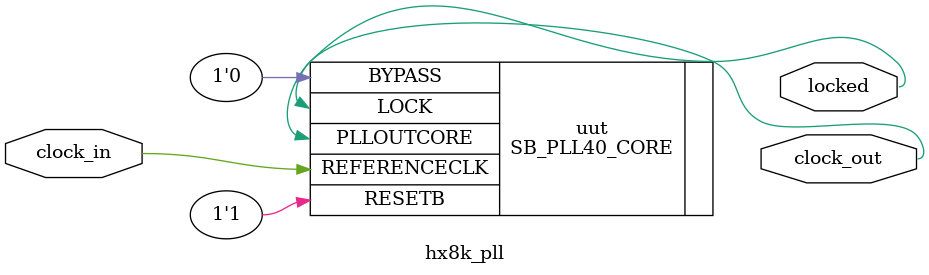
<source format=v>
/**
 * PLL configuration
 *
 * This Verilog module was generated automatically
 * using the icepll tool from the IceStorm project.
 * Use at your own risk.
 *
 * Given input frequency:        12.000 MHz
 * Requested output frequency:   48.000 MHz
 * Achieved output frequency:    48.000 MHz
 */

module hx8k_pll(
	input  clock_in,
	output clock_out,
	output locked
	);

SB_PLL40_CORE #(
		.FEEDBACK_PATH("SIMPLE"),
		.DIVR(4'b0000),		// DIVR =  0
		.DIVF(7'b0111111),	// DIVF = 63
		.DIVQ(3'b100),		// DIVQ =  4
		.FILTER_RANGE(3'b001)	// FILTER_RANGE = 1
	) uut (
		.LOCK(locked),
		.RESETB(1'b1),
		.BYPASS(1'b0),
		.REFERENCECLK(clock_in),
		.PLLOUTCORE(clock_out)
		);

endmodule

</source>
